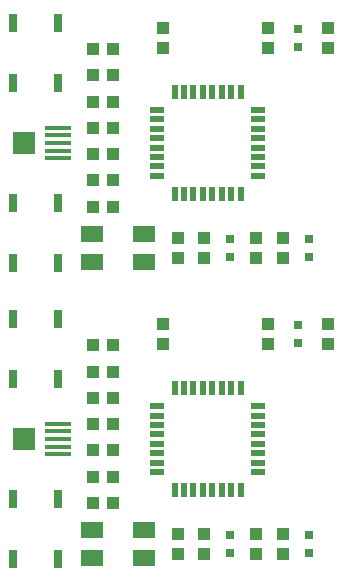
<source format=gtp>
G75*
G70*
%OFA0B0*%
%FSLAX24Y24*%
%IPPOS*%
%LPD*%
%AMOC8*
5,1,8,0,0,1.08239X$1,22.5*
%
%ADD10R,0.0200X0.0500*%
%ADD11R,0.0500X0.0200*%
%ADD12R,0.0394X0.0433*%
%ADD13R,0.0433X0.0394*%
%ADD14R,0.0886X0.0157*%
%ADD15R,0.0748X0.0748*%
%ADD16R,0.0748X0.0551*%
%ADD17R,0.0315X0.0315*%
%ADD18R,0.0300X0.0600*%
D10*
X006543Y003951D03*
X006858Y003951D03*
X007173Y003951D03*
X007488Y003951D03*
X007803Y003951D03*
X008117Y003951D03*
X008432Y003951D03*
X008747Y003951D03*
X008747Y007331D03*
X008432Y007331D03*
X008117Y007331D03*
X007803Y007331D03*
X007488Y007331D03*
X007173Y007331D03*
X006858Y007331D03*
X006543Y007331D03*
X006543Y013826D03*
X006858Y013826D03*
X007173Y013826D03*
X007488Y013826D03*
X007803Y013826D03*
X008117Y013826D03*
X008432Y013826D03*
X008747Y013826D03*
X008747Y017206D03*
X008432Y017206D03*
X008117Y017206D03*
X007803Y017206D03*
X007488Y017206D03*
X007173Y017206D03*
X006858Y017206D03*
X006543Y017206D03*
D11*
X005955Y016618D03*
X005955Y016303D03*
X005955Y015988D03*
X005955Y015673D03*
X005955Y015359D03*
X005955Y015044D03*
X005955Y014729D03*
X005955Y014414D03*
X009335Y014414D03*
X009335Y014729D03*
X009335Y015044D03*
X009335Y015359D03*
X009335Y015673D03*
X009335Y015988D03*
X009335Y016303D03*
X009335Y016618D03*
X009335Y006743D03*
X009335Y006428D03*
X009335Y006113D03*
X009335Y005798D03*
X009335Y005484D03*
X009335Y005169D03*
X009335Y004854D03*
X009335Y004539D03*
X005955Y004539D03*
X005955Y004854D03*
X005955Y005169D03*
X005955Y005484D03*
X005955Y005798D03*
X005955Y006113D03*
X005955Y006428D03*
X005955Y006743D03*
D12*
X004480Y006141D03*
X003810Y006141D03*
X003810Y005266D03*
X004480Y005266D03*
X004480Y007891D03*
X003810Y007891D03*
X006645Y011681D03*
X006645Y012351D03*
X007520Y012351D03*
X007520Y011681D03*
X004480Y015141D03*
X004480Y016016D03*
X003810Y016016D03*
X003810Y015141D03*
X003810Y017766D03*
X004480Y017766D03*
X006645Y002476D03*
X006645Y001806D03*
X007520Y001806D03*
X007520Y002476D03*
D13*
X009270Y002476D03*
X009270Y001806D03*
X010145Y001806D03*
X010145Y002476D03*
X009645Y008806D03*
X009645Y009476D03*
X009270Y011681D03*
X009270Y012351D03*
X010145Y012351D03*
X010145Y011681D03*
X011645Y009476D03*
X011645Y008806D03*
X006145Y008806D03*
X006145Y009476D03*
X004480Y008766D03*
X003810Y008766D03*
X003810Y007016D03*
X004480Y007016D03*
X004480Y004391D03*
X004480Y003516D03*
X003810Y003516D03*
X003810Y004391D03*
X003810Y013391D03*
X003810Y014266D03*
X004480Y014266D03*
X004480Y013391D03*
X004480Y016891D03*
X003810Y016891D03*
X003810Y018641D03*
X004480Y018641D03*
X006145Y018681D03*
X006145Y019351D03*
X009645Y019351D03*
X009645Y018681D03*
X011645Y018681D03*
X011645Y019351D03*
D14*
X002672Y016028D03*
X002672Y015772D03*
X002672Y015516D03*
X002672Y015260D03*
X002672Y015004D03*
X002672Y006153D03*
X002672Y005897D03*
X002672Y005641D03*
X002672Y005385D03*
X002672Y005129D03*
D15*
X001520Y005641D03*
X001520Y015516D03*
D16*
X003779Y012488D03*
X003779Y011544D03*
X005511Y011544D03*
X005511Y012488D03*
X005511Y002613D03*
X005511Y001669D03*
X003779Y001669D03*
X003779Y002613D03*
D17*
X008395Y002436D03*
X008395Y001846D03*
X011020Y001846D03*
X011020Y002436D03*
X010645Y008846D03*
X010645Y009436D03*
X011020Y011721D03*
X011020Y012311D03*
X008395Y012311D03*
X008395Y011721D03*
X010645Y018721D03*
X010645Y019311D03*
D18*
X001145Y001641D03*
X002645Y001641D03*
X002645Y003641D03*
X001145Y003641D03*
X001145Y007641D03*
X001145Y009641D03*
X001145Y011516D03*
X001145Y013516D03*
X002645Y013516D03*
X002645Y011516D03*
X002645Y009641D03*
X002645Y007641D03*
X002645Y017516D03*
X001145Y017516D03*
X001145Y019516D03*
X002645Y019516D03*
M02*

</source>
